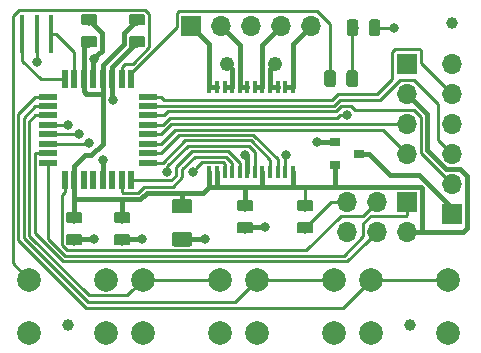
<source format=gtl>
G04 #@! TF.GenerationSoftware,KiCad,Pcbnew,5.0.2-bee76a0~70~ubuntu16.04.1*
G04 #@! TF.CreationDate,2019-07-11T08:17:53+02:00*
G04 #@! TF.ProjectId,paste_dispenser,70617374-655f-4646-9973-70656e736572,rev?*
G04 #@! TF.SameCoordinates,PX3dfd240PY3dfd240*
G04 #@! TF.FileFunction,Copper,L1,Top*
G04 #@! TF.FilePolarity,Positive*
%FSLAX46Y46*%
G04 Gerber Fmt 4.6, Leading zero omitted, Abs format (unit mm)*
G04 Created by KiCad (PCBNEW 5.0.2-bee76a0~70~ubuntu16.04.1) date Thu 11 Jul 2019 08:17:53 AM CEST*
%MOMM*%
%LPD*%
G01*
G04 APERTURE LIST*
G04 #@! TA.AperFunction,SMDPad,CuDef*
%ADD10R,0.400000X3.200000*%
G04 #@! TD*
G04 #@! TA.AperFunction,ComponentPad*
%ADD11R,1.700000X1.700000*%
G04 #@! TD*
G04 #@! TA.AperFunction,ComponentPad*
%ADD12O,1.700000X1.700000*%
G04 #@! TD*
G04 #@! TA.AperFunction,Conductor*
%ADD13C,0.100000*%
G04 #@! TD*
G04 #@! TA.AperFunction,SMDPad,CuDef*
%ADD14C,0.975000*%
G04 #@! TD*
G04 #@! TA.AperFunction,BGAPad,CuDef*
%ADD15C,1.000000*%
G04 #@! TD*
G04 #@! TA.AperFunction,SMDPad,CuDef*
%ADD16R,0.900000X0.800000*%
G04 #@! TD*
G04 #@! TA.AperFunction,SMDPad,CuDef*
%ADD17C,1.250000*%
G04 #@! TD*
G04 #@! TA.AperFunction,SMDPad,CuDef*
%ADD18R,0.400000X1.000000*%
G04 #@! TD*
G04 #@! TA.AperFunction,ComponentPad*
%ADD19C,2.000000*%
G04 #@! TD*
G04 #@! TA.AperFunction,SMDPad,CuDef*
%ADD20R,0.550000X1.600000*%
G04 #@! TD*
G04 #@! TA.AperFunction,SMDPad,CuDef*
%ADD21R,1.600000X0.550000*%
G04 #@! TD*
G04 #@! TA.AperFunction,ViaPad*
%ADD22C,0.812800*%
G04 #@! TD*
G04 #@! TA.AperFunction,ViaPad*
%ADD23C,1.219200*%
G04 #@! TD*
G04 #@! TA.AperFunction,Conductor*
%ADD24C,0.406400*%
G04 #@! TD*
G04 #@! TA.AperFunction,Conductor*
%ADD25C,0.254000*%
G04 #@! TD*
G04 APERTURE END LIST*
D10*
G04 #@! TO.P,Y1,1*
G04 #@! TO.N,/XTAL1*
X3891000Y27408000D03*
G04 #@! TO.P,Y1,2*
G04 #@! TO.N,GND*
X2691000Y27408000D03*
G04 #@! TO.P,Y1,3*
G04 #@! TO.N,/XTAL2*
X1491000Y27408000D03*
G04 #@! TD*
D11*
G04 #@! TO.P,J2,1*
G04 #@! TO.N,VDD*
X37870000Y12168000D03*
D12*
G04 #@! TO.P,J2,2*
G04 #@! TO.N,/RXD*
X37870000Y14708000D03*
G04 #@! TO.P,J2,3*
G04 #@! TO.N,/TXD*
X37870000Y17248000D03*
G04 #@! TO.P,J2,4*
G04 #@! TO.N,GND*
X37870000Y19788000D03*
G04 #@! TO.P,J2,5*
G04 #@! TO.N,/FOOTSWITCH*
X37870000Y22328000D03*
G04 #@! TO.P,J2,6*
G04 #@! TO.N,GND*
X37870000Y24868000D03*
G04 #@! TD*
D13*
G04 #@! TO.N,+5V*
G04 #@! TO.C,C4*
G36*
X7616142Y27210826D02*
X7639803Y27207316D01*
X7663007Y27201504D01*
X7685529Y27193446D01*
X7707153Y27183218D01*
X7727670Y27170921D01*
X7746883Y27156671D01*
X7764607Y27140607D01*
X7780671Y27122883D01*
X7794921Y27103670D01*
X7807218Y27083153D01*
X7817446Y27061529D01*
X7825504Y27039007D01*
X7831316Y27015803D01*
X7834826Y26992142D01*
X7836000Y26968250D01*
X7836000Y26480750D01*
X7834826Y26456858D01*
X7831316Y26433197D01*
X7825504Y26409993D01*
X7817446Y26387471D01*
X7807218Y26365847D01*
X7794921Y26345330D01*
X7780671Y26326117D01*
X7764607Y26308393D01*
X7746883Y26292329D01*
X7727670Y26278079D01*
X7707153Y26265782D01*
X7685529Y26255554D01*
X7663007Y26247496D01*
X7639803Y26241684D01*
X7616142Y26238174D01*
X7592250Y26237000D01*
X6679750Y26237000D01*
X6655858Y26238174D01*
X6632197Y26241684D01*
X6608993Y26247496D01*
X6586471Y26255554D01*
X6564847Y26265782D01*
X6544330Y26278079D01*
X6525117Y26292329D01*
X6507393Y26308393D01*
X6491329Y26326117D01*
X6477079Y26345330D01*
X6464782Y26365847D01*
X6454554Y26387471D01*
X6446496Y26409993D01*
X6440684Y26433197D01*
X6437174Y26456858D01*
X6436000Y26480750D01*
X6436000Y26968250D01*
X6437174Y26992142D01*
X6440684Y27015803D01*
X6446496Y27039007D01*
X6454554Y27061529D01*
X6464782Y27083153D01*
X6477079Y27103670D01*
X6491329Y27122883D01*
X6507393Y27140607D01*
X6525117Y27156671D01*
X6544330Y27170921D01*
X6564847Y27183218D01*
X6586471Y27193446D01*
X6608993Y27201504D01*
X6632197Y27207316D01*
X6655858Y27210826D01*
X6679750Y27212000D01*
X7592250Y27212000D01*
X7616142Y27210826D01*
X7616142Y27210826D01*
G37*
D14*
G04 #@! TD*
G04 #@! TO.P,C4,1*
G04 #@! TO.N,+5V*
X7136000Y26724500D03*
D13*
G04 #@! TO.N,GND*
G04 #@! TO.C,C4*
G36*
X7616142Y29085826D02*
X7639803Y29082316D01*
X7663007Y29076504D01*
X7685529Y29068446D01*
X7707153Y29058218D01*
X7727670Y29045921D01*
X7746883Y29031671D01*
X7764607Y29015607D01*
X7780671Y28997883D01*
X7794921Y28978670D01*
X7807218Y28958153D01*
X7817446Y28936529D01*
X7825504Y28914007D01*
X7831316Y28890803D01*
X7834826Y28867142D01*
X7836000Y28843250D01*
X7836000Y28355750D01*
X7834826Y28331858D01*
X7831316Y28308197D01*
X7825504Y28284993D01*
X7817446Y28262471D01*
X7807218Y28240847D01*
X7794921Y28220330D01*
X7780671Y28201117D01*
X7764607Y28183393D01*
X7746883Y28167329D01*
X7727670Y28153079D01*
X7707153Y28140782D01*
X7685529Y28130554D01*
X7663007Y28122496D01*
X7639803Y28116684D01*
X7616142Y28113174D01*
X7592250Y28112000D01*
X6679750Y28112000D01*
X6655858Y28113174D01*
X6632197Y28116684D01*
X6608993Y28122496D01*
X6586471Y28130554D01*
X6564847Y28140782D01*
X6544330Y28153079D01*
X6525117Y28167329D01*
X6507393Y28183393D01*
X6491329Y28201117D01*
X6477079Y28220330D01*
X6464782Y28240847D01*
X6454554Y28262471D01*
X6446496Y28284993D01*
X6440684Y28308197D01*
X6437174Y28331858D01*
X6436000Y28355750D01*
X6436000Y28843250D01*
X6437174Y28867142D01*
X6440684Y28890803D01*
X6446496Y28914007D01*
X6454554Y28936529D01*
X6464782Y28958153D01*
X6477079Y28978670D01*
X6491329Y28997883D01*
X6507393Y29015607D01*
X6525117Y29031671D01*
X6544330Y29045921D01*
X6564847Y29058218D01*
X6586471Y29068446D01*
X6608993Y29076504D01*
X6632197Y29082316D01*
X6655858Y29085826D01*
X6679750Y29087000D01*
X7592250Y29087000D01*
X7616142Y29085826D01*
X7616142Y29085826D01*
G37*
D14*
G04 #@! TD*
G04 #@! TO.P,C4,2*
G04 #@! TO.N,GND*
X7136000Y28599500D03*
D15*
G04 #@! TO.P,FID3,*
G04 #@! TO.N,*
X34314000Y2770000D03*
G04 #@! TD*
G04 #@! TO.P,FID2,*
G04 #@! TO.N,*
X5358000Y2770000D03*
G04 #@! TD*
G04 #@! TO.P,FID1,*
G04 #@! TO.N,*
X37870000Y28297000D03*
G04 #@! TD*
D16*
G04 #@! TO.P,Q1,1*
G04 #@! TO.N,GND*
X27980000Y18198000D03*
G04 #@! TO.P,Q1,2*
G04 #@! TO.N,+5V*
X27980000Y16298000D03*
G04 #@! TO.P,Q1,3*
G04 #@! TO.N,VDD*
X29980000Y17248000D03*
G04 #@! TD*
D13*
G04 #@! TO.N,+5V*
G04 #@! TO.C,C5*
G36*
X15659504Y13429796D02*
X15683773Y13426196D01*
X15707571Y13420235D01*
X15730671Y13411970D01*
X15752849Y13401480D01*
X15773893Y13388867D01*
X15793598Y13374253D01*
X15811777Y13357777D01*
X15828253Y13339598D01*
X15842867Y13319893D01*
X15855480Y13298849D01*
X15865970Y13276671D01*
X15874235Y13253571D01*
X15880196Y13229773D01*
X15883796Y13205504D01*
X15885000Y13181000D01*
X15885000Y12431000D01*
X15883796Y12406496D01*
X15880196Y12382227D01*
X15874235Y12358429D01*
X15865970Y12335329D01*
X15855480Y12313151D01*
X15842867Y12292107D01*
X15828253Y12272402D01*
X15811777Y12254223D01*
X15793598Y12237747D01*
X15773893Y12223133D01*
X15752849Y12210520D01*
X15730671Y12200030D01*
X15707571Y12191765D01*
X15683773Y12185804D01*
X15659504Y12182204D01*
X15635000Y12181000D01*
X14385000Y12181000D01*
X14360496Y12182204D01*
X14336227Y12185804D01*
X14312429Y12191765D01*
X14289329Y12200030D01*
X14267151Y12210520D01*
X14246107Y12223133D01*
X14226402Y12237747D01*
X14208223Y12254223D01*
X14191747Y12272402D01*
X14177133Y12292107D01*
X14164520Y12313151D01*
X14154030Y12335329D01*
X14145765Y12358429D01*
X14139804Y12382227D01*
X14136204Y12406496D01*
X14135000Y12431000D01*
X14135000Y13181000D01*
X14136204Y13205504D01*
X14139804Y13229773D01*
X14145765Y13253571D01*
X14154030Y13276671D01*
X14164520Y13298849D01*
X14177133Y13319893D01*
X14191747Y13339598D01*
X14208223Y13357777D01*
X14226402Y13374253D01*
X14246107Y13388867D01*
X14267151Y13401480D01*
X14289329Y13411970D01*
X14312429Y13420235D01*
X14336227Y13426196D01*
X14360496Y13429796D01*
X14385000Y13431000D01*
X15635000Y13431000D01*
X15659504Y13429796D01*
X15659504Y13429796D01*
G37*
D17*
G04 #@! TD*
G04 #@! TO.P,C5,1*
G04 #@! TO.N,+5V*
X15010000Y12806000D03*
D13*
G04 #@! TO.N,GND*
G04 #@! TO.C,C5*
G36*
X15659504Y10629796D02*
X15683773Y10626196D01*
X15707571Y10620235D01*
X15730671Y10611970D01*
X15752849Y10601480D01*
X15773893Y10588867D01*
X15793598Y10574253D01*
X15811777Y10557777D01*
X15828253Y10539598D01*
X15842867Y10519893D01*
X15855480Y10498849D01*
X15865970Y10476671D01*
X15874235Y10453571D01*
X15880196Y10429773D01*
X15883796Y10405504D01*
X15885000Y10381000D01*
X15885000Y9631000D01*
X15883796Y9606496D01*
X15880196Y9582227D01*
X15874235Y9558429D01*
X15865970Y9535329D01*
X15855480Y9513151D01*
X15842867Y9492107D01*
X15828253Y9472402D01*
X15811777Y9454223D01*
X15793598Y9437747D01*
X15773893Y9423133D01*
X15752849Y9410520D01*
X15730671Y9400030D01*
X15707571Y9391765D01*
X15683773Y9385804D01*
X15659504Y9382204D01*
X15635000Y9381000D01*
X14385000Y9381000D01*
X14360496Y9382204D01*
X14336227Y9385804D01*
X14312429Y9391765D01*
X14289329Y9400030D01*
X14267151Y9410520D01*
X14246107Y9423133D01*
X14226402Y9437747D01*
X14208223Y9454223D01*
X14191747Y9472402D01*
X14177133Y9492107D01*
X14164520Y9513151D01*
X14154030Y9535329D01*
X14145765Y9558429D01*
X14139804Y9582227D01*
X14136204Y9606496D01*
X14135000Y9631000D01*
X14135000Y10381000D01*
X14136204Y10405504D01*
X14139804Y10429773D01*
X14145765Y10453571D01*
X14154030Y10476671D01*
X14164520Y10498849D01*
X14177133Y10519893D01*
X14191747Y10539598D01*
X14208223Y10557777D01*
X14226402Y10574253D01*
X14246107Y10588867D01*
X14267151Y10601480D01*
X14289329Y10611970D01*
X14312429Y10620235D01*
X14336227Y10626196D01*
X14360496Y10629796D01*
X14385000Y10631000D01*
X15635000Y10631000D01*
X15659504Y10629796D01*
X15659504Y10629796D01*
G37*
D17*
G04 #@! TD*
G04 #@! TO.P,C5,2*
G04 #@! TO.N,GND*
X15010000Y10006000D03*
D18*
G04 #@! TO.P,U2,6*
G04 #@! TO.N,/MOT_A2*
X21177000Y22855000D03*
G04 #@! TO.P,U2,7*
G04 #@! TO.N,/MOT_B2*
X20527000Y22855000D03*
G04 #@! TO.P,U2,5*
G04 #@! TO.N,/MOT_A2*
X21817000Y22855000D03*
G04 #@! TO.P,U2,4*
G04 #@! TO.N,GND*
X22457000Y22855000D03*
G04 #@! TO.P,U2,3*
X23097000Y22855000D03*
G04 #@! TO.P,U2,2*
G04 #@! TO.N,/MOT_A1*
X23737000Y22855000D03*
G04 #@! TO.P,U2,1*
X24377000Y22855000D03*
G04 #@! TO.P,U2,8*
G04 #@! TO.N,/MOT_B2*
X19887000Y22855000D03*
G04 #@! TO.P,U2,9*
G04 #@! TO.N,GND*
X19247000Y22855000D03*
G04 #@! TO.P,U2,10*
X18607000Y22855000D03*
G04 #@! TO.P,U2,11*
G04 #@! TO.N,/MOT_B1*
X17967000Y22855000D03*
G04 #@! TO.P,U2,12*
X17327000Y22855000D03*
G04 #@! TO.P,U2,19*
G04 #@! TO.N,/STEP_STBY*
X21177000Y15705000D03*
G04 #@! TO.P,U2,20*
G04 #@! TO.N,+5V*
X21817000Y15705000D03*
G04 #@! TO.P,U2,21*
G04 #@! TO.N,/STEP_A1*
X22457000Y15705000D03*
G04 #@! TO.P,U2,22*
G04 #@! TO.N,/STEP_A2*
X23097000Y15705000D03*
G04 #@! TO.P,U2,23*
G04 #@! TO.N,/STEP_PWMA*
X23737000Y15705000D03*
G04 #@! TO.P,U2,24*
G04 #@! TO.N,+5V*
X24377000Y15705000D03*
G04 #@! TO.P,U2,18*
G04 #@! TO.N,GND*
X20527000Y15705000D03*
G04 #@! TO.P,U2,17*
G04 #@! TO.N,/STEP_B1*
X19887000Y15705000D03*
G04 #@! TO.P,U2,16*
G04 #@! TO.N,/STEP_B2*
X19247000Y15705000D03*
G04 #@! TO.P,U2,15*
G04 #@! TO.N,/STEP_PWMB*
X18607000Y15705000D03*
G04 #@! TO.P,U2,14*
G04 #@! TO.N,+5V*
X17967000Y15705000D03*
G04 #@! TO.P,U2,13*
X17327000Y15705000D03*
G04 #@! TD*
D13*
G04 #@! TO.N,+5V*
G04 #@! TO.C,C6*
G36*
X20824142Y13337826D02*
X20847803Y13334316D01*
X20871007Y13328504D01*
X20893529Y13320446D01*
X20915153Y13310218D01*
X20935670Y13297921D01*
X20954883Y13283671D01*
X20972607Y13267607D01*
X20988671Y13249883D01*
X21002921Y13230670D01*
X21015218Y13210153D01*
X21025446Y13188529D01*
X21033504Y13166007D01*
X21039316Y13142803D01*
X21042826Y13119142D01*
X21044000Y13095250D01*
X21044000Y12607750D01*
X21042826Y12583858D01*
X21039316Y12560197D01*
X21033504Y12536993D01*
X21025446Y12514471D01*
X21015218Y12492847D01*
X21002921Y12472330D01*
X20988671Y12453117D01*
X20972607Y12435393D01*
X20954883Y12419329D01*
X20935670Y12405079D01*
X20915153Y12392782D01*
X20893529Y12382554D01*
X20871007Y12374496D01*
X20847803Y12368684D01*
X20824142Y12365174D01*
X20800250Y12364000D01*
X19887750Y12364000D01*
X19863858Y12365174D01*
X19840197Y12368684D01*
X19816993Y12374496D01*
X19794471Y12382554D01*
X19772847Y12392782D01*
X19752330Y12405079D01*
X19733117Y12419329D01*
X19715393Y12435393D01*
X19699329Y12453117D01*
X19685079Y12472330D01*
X19672782Y12492847D01*
X19662554Y12514471D01*
X19654496Y12536993D01*
X19648684Y12560197D01*
X19645174Y12583858D01*
X19644000Y12607750D01*
X19644000Y13095250D01*
X19645174Y13119142D01*
X19648684Y13142803D01*
X19654496Y13166007D01*
X19662554Y13188529D01*
X19672782Y13210153D01*
X19685079Y13230670D01*
X19699329Y13249883D01*
X19715393Y13267607D01*
X19733117Y13283671D01*
X19752330Y13297921D01*
X19772847Y13310218D01*
X19794471Y13320446D01*
X19816993Y13328504D01*
X19840197Y13334316D01*
X19863858Y13337826D01*
X19887750Y13339000D01*
X20800250Y13339000D01*
X20824142Y13337826D01*
X20824142Y13337826D01*
G37*
D14*
G04 #@! TD*
G04 #@! TO.P,C6,1*
G04 #@! TO.N,+5V*
X20344000Y12851500D03*
D13*
G04 #@! TO.N,GND*
G04 #@! TO.C,C6*
G36*
X20824142Y11462826D02*
X20847803Y11459316D01*
X20871007Y11453504D01*
X20893529Y11445446D01*
X20915153Y11435218D01*
X20935670Y11422921D01*
X20954883Y11408671D01*
X20972607Y11392607D01*
X20988671Y11374883D01*
X21002921Y11355670D01*
X21015218Y11335153D01*
X21025446Y11313529D01*
X21033504Y11291007D01*
X21039316Y11267803D01*
X21042826Y11244142D01*
X21044000Y11220250D01*
X21044000Y10732750D01*
X21042826Y10708858D01*
X21039316Y10685197D01*
X21033504Y10661993D01*
X21025446Y10639471D01*
X21015218Y10617847D01*
X21002921Y10597330D01*
X20988671Y10578117D01*
X20972607Y10560393D01*
X20954883Y10544329D01*
X20935670Y10530079D01*
X20915153Y10517782D01*
X20893529Y10507554D01*
X20871007Y10499496D01*
X20847803Y10493684D01*
X20824142Y10490174D01*
X20800250Y10489000D01*
X19887750Y10489000D01*
X19863858Y10490174D01*
X19840197Y10493684D01*
X19816993Y10499496D01*
X19794471Y10507554D01*
X19772847Y10517782D01*
X19752330Y10530079D01*
X19733117Y10544329D01*
X19715393Y10560393D01*
X19699329Y10578117D01*
X19685079Y10597330D01*
X19672782Y10617847D01*
X19662554Y10639471D01*
X19654496Y10661993D01*
X19648684Y10685197D01*
X19645174Y10708858D01*
X19644000Y10732750D01*
X19644000Y11220250D01*
X19645174Y11244142D01*
X19648684Y11267803D01*
X19654496Y11291007D01*
X19662554Y11313529D01*
X19672782Y11335153D01*
X19685079Y11355670D01*
X19699329Y11374883D01*
X19715393Y11392607D01*
X19733117Y11408671D01*
X19752330Y11422921D01*
X19772847Y11435218D01*
X19794471Y11445446D01*
X19816993Y11453504D01*
X19840197Y11459316D01*
X19863858Y11462826D01*
X19887750Y11464000D01*
X20800250Y11464000D01*
X20824142Y11462826D01*
X20824142Y11462826D01*
G37*
D14*
G04 #@! TD*
G04 #@! TO.P,C6,2*
G04 #@! TO.N,GND*
X20344000Y10976500D03*
D11*
G04 #@! TO.P,J3,1*
G04 #@! TO.N,/MOT_B1*
X15772000Y28043000D03*
D12*
G04 #@! TO.P,J3,2*
G04 #@! TO.N,/MOT_B2*
X18312000Y28043000D03*
G04 #@! TO.P,J3,3*
G04 #@! TO.N,GND*
X20852000Y28043000D03*
G04 #@! TO.P,J3,4*
G04 #@! TO.N,/MOT_A2*
X23392000Y28043000D03*
G04 #@! TO.P,J3,5*
G04 #@! TO.N,/MOT_A1*
X25932000Y28043000D03*
G04 #@! TD*
D11*
G04 #@! TO.P,J1,1*
G04 #@! TO.N,/MISO*
X34060000Y13184000D03*
D12*
G04 #@! TO.P,J1,2*
G04 #@! TO.N,+5V*
X34060000Y10644000D03*
G04 #@! TO.P,J1,3*
G04 #@! TO.N,/SCK*
X31520000Y13184000D03*
G04 #@! TO.P,J1,4*
G04 #@! TO.N,/MOSI*
X31520000Y10644000D03*
G04 #@! TO.P,J1,5*
G04 #@! TO.N,/RESET*
X28980000Y13184000D03*
G04 #@! TO.P,J1,6*
G04 #@! TO.N,GND*
X28980000Y10644000D03*
G04 #@! TD*
D11*
G04 #@! TO.P,J4,1*
G04 #@! TO.N,GND*
X34060000Y24868000D03*
D12*
G04 #@! TO.P,J4,2*
G04 #@! TO.N,+5V*
X34060000Y22328000D03*
G04 #@! TO.P,J4,3*
G04 #@! TO.N,/SCL*
X34060000Y19788000D03*
G04 #@! TO.P,J4,4*
G04 #@! TO.N,/SDA*
X34060000Y17248000D03*
G04 #@! TD*
D19*
G04 #@! TO.P,SW4,1*
G04 #@! TO.N,/BUTTON_SLOW*
X37512000Y6580000D03*
G04 #@! TO.P,SW4,2*
G04 #@! TO.N,GND*
X37512000Y2080000D03*
G04 #@! TO.P,SW4,1*
G04 #@! TO.N,/BUTTON_SLOW*
X31012000Y6580000D03*
G04 #@! TO.P,SW4,2*
G04 #@! TO.N,GND*
X31012000Y2080000D03*
G04 #@! TD*
G04 #@! TO.P,SW3,2*
G04 #@! TO.N,GND*
X21360000Y2080000D03*
G04 #@! TO.P,SW3,1*
G04 #@! TO.N,/BUTTON_FAST*
X21360000Y6580000D03*
G04 #@! TO.P,SW3,2*
G04 #@! TO.N,GND*
X27860000Y2080000D03*
G04 #@! TO.P,SW3,1*
G04 #@! TO.N,/BUTTON_FAST*
X27860000Y6580000D03*
G04 #@! TD*
D13*
G04 #@! TO.N,+5V*
G04 #@! TO.C,C3*
G36*
X6346142Y12321826D02*
X6369803Y12318316D01*
X6393007Y12312504D01*
X6415529Y12304446D01*
X6437153Y12294218D01*
X6457670Y12281921D01*
X6476883Y12267671D01*
X6494607Y12251607D01*
X6510671Y12233883D01*
X6524921Y12214670D01*
X6537218Y12194153D01*
X6547446Y12172529D01*
X6555504Y12150007D01*
X6561316Y12126803D01*
X6564826Y12103142D01*
X6566000Y12079250D01*
X6566000Y11591750D01*
X6564826Y11567858D01*
X6561316Y11544197D01*
X6555504Y11520993D01*
X6547446Y11498471D01*
X6537218Y11476847D01*
X6524921Y11456330D01*
X6510671Y11437117D01*
X6494607Y11419393D01*
X6476883Y11403329D01*
X6457670Y11389079D01*
X6437153Y11376782D01*
X6415529Y11366554D01*
X6393007Y11358496D01*
X6369803Y11352684D01*
X6346142Y11349174D01*
X6322250Y11348000D01*
X5409750Y11348000D01*
X5385858Y11349174D01*
X5362197Y11352684D01*
X5338993Y11358496D01*
X5316471Y11366554D01*
X5294847Y11376782D01*
X5274330Y11389079D01*
X5255117Y11403329D01*
X5237393Y11419393D01*
X5221329Y11437117D01*
X5207079Y11456330D01*
X5194782Y11476847D01*
X5184554Y11498471D01*
X5176496Y11520993D01*
X5170684Y11544197D01*
X5167174Y11567858D01*
X5166000Y11591750D01*
X5166000Y12079250D01*
X5167174Y12103142D01*
X5170684Y12126803D01*
X5176496Y12150007D01*
X5184554Y12172529D01*
X5194782Y12194153D01*
X5207079Y12214670D01*
X5221329Y12233883D01*
X5237393Y12251607D01*
X5255117Y12267671D01*
X5274330Y12281921D01*
X5294847Y12294218D01*
X5316471Y12304446D01*
X5338993Y12312504D01*
X5362197Y12318316D01*
X5385858Y12321826D01*
X5409750Y12323000D01*
X6322250Y12323000D01*
X6346142Y12321826D01*
X6346142Y12321826D01*
G37*
D14*
G04 #@! TD*
G04 #@! TO.P,C3,1*
G04 #@! TO.N,+5V*
X5866000Y11835500D03*
D13*
G04 #@! TO.N,GND*
G04 #@! TO.C,C3*
G36*
X6346142Y10446826D02*
X6369803Y10443316D01*
X6393007Y10437504D01*
X6415529Y10429446D01*
X6437153Y10419218D01*
X6457670Y10406921D01*
X6476883Y10392671D01*
X6494607Y10376607D01*
X6510671Y10358883D01*
X6524921Y10339670D01*
X6537218Y10319153D01*
X6547446Y10297529D01*
X6555504Y10275007D01*
X6561316Y10251803D01*
X6564826Y10228142D01*
X6566000Y10204250D01*
X6566000Y9716750D01*
X6564826Y9692858D01*
X6561316Y9669197D01*
X6555504Y9645993D01*
X6547446Y9623471D01*
X6537218Y9601847D01*
X6524921Y9581330D01*
X6510671Y9562117D01*
X6494607Y9544393D01*
X6476883Y9528329D01*
X6457670Y9514079D01*
X6437153Y9501782D01*
X6415529Y9491554D01*
X6393007Y9483496D01*
X6369803Y9477684D01*
X6346142Y9474174D01*
X6322250Y9473000D01*
X5409750Y9473000D01*
X5385858Y9474174D01*
X5362197Y9477684D01*
X5338993Y9483496D01*
X5316471Y9491554D01*
X5294847Y9501782D01*
X5274330Y9514079D01*
X5255117Y9528329D01*
X5237393Y9544393D01*
X5221329Y9562117D01*
X5207079Y9581330D01*
X5194782Y9601847D01*
X5184554Y9623471D01*
X5176496Y9645993D01*
X5170684Y9669197D01*
X5167174Y9692858D01*
X5166000Y9716750D01*
X5166000Y10204250D01*
X5167174Y10228142D01*
X5170684Y10251803D01*
X5176496Y10275007D01*
X5184554Y10297529D01*
X5194782Y10319153D01*
X5207079Y10339670D01*
X5221329Y10358883D01*
X5237393Y10376607D01*
X5255117Y10392671D01*
X5274330Y10406921D01*
X5294847Y10419218D01*
X5316471Y10429446D01*
X5338993Y10437504D01*
X5362197Y10443316D01*
X5385858Y10446826D01*
X5409750Y10448000D01*
X6322250Y10448000D01*
X6346142Y10446826D01*
X6346142Y10446826D01*
G37*
D14*
G04 #@! TD*
G04 #@! TO.P,C3,2*
G04 #@! TO.N,GND*
X5866000Y9960500D03*
D20*
G04 #@! TO.P,U1,1*
G04 #@! TO.N,/LED*
X10698000Y23530000D03*
G04 #@! TO.P,U1,2*
G04 #@! TO.N,/BUTTON_PULL*
X9898000Y23530000D03*
G04 #@! TO.P,U1,3*
G04 #@! TO.N,GND*
X9098000Y23530000D03*
G04 #@! TO.P,U1,4*
G04 #@! TO.N,+5V*
X8298000Y23530000D03*
G04 #@! TO.P,U1,5*
G04 #@! TO.N,GND*
X7498000Y23530000D03*
G04 #@! TO.P,U1,6*
G04 #@! TO.N,+5V*
X6698000Y23530000D03*
G04 #@! TO.P,U1,7*
G04 #@! TO.N,/XTAL1*
X5898000Y23530000D03*
G04 #@! TO.P,U1,8*
G04 #@! TO.N,/XTAL2*
X5098000Y23530000D03*
D21*
G04 #@! TO.P,U1,9*
G04 #@! TO.N,/BUTTON_SLOW*
X3648000Y22080000D03*
G04 #@! TO.P,U1,10*
G04 #@! TO.N,/BUTTON_FAST*
X3648000Y21280000D03*
G04 #@! TO.P,U1,11*
G04 #@! TO.N,/BUTTON_PUSH*
X3648000Y20480000D03*
G04 #@! TO.P,U1,12*
G04 #@! TO.N,/STEP_STBY*
X3648000Y19680000D03*
G04 #@! TO.P,U1,13*
G04 #@! TO.N,/STEP_PWMA*
X3648000Y18880000D03*
G04 #@! TO.P,U1,14*
G04 #@! TO.N,/STEP_PWMB*
X3648000Y18080000D03*
G04 #@! TO.P,U1,15*
G04 #@! TO.N,/MOSI*
X3648000Y17280000D03*
G04 #@! TO.P,U1,16*
G04 #@! TO.N,/MISO*
X3648000Y16480000D03*
D20*
G04 #@! TO.P,U1,17*
G04 #@! TO.N,/SCK*
X5098000Y15030000D03*
G04 #@! TO.P,U1,18*
G04 #@! TO.N,+5V*
X5898000Y15030000D03*
G04 #@! TO.P,U1,19*
G04 #@! TO.N,Net-(U1-Pad19)*
X6698000Y15030000D03*
G04 #@! TO.P,U1,20*
G04 #@! TO.N,Net-(U1-Pad20)*
X7498000Y15030000D03*
G04 #@! TO.P,U1,21*
G04 #@! TO.N,GND*
X8298000Y15030000D03*
G04 #@! TO.P,U1,22*
G04 #@! TO.N,Net-(U1-Pad22)*
X9098000Y15030000D03*
G04 #@! TO.P,U1,23*
G04 #@! TO.N,/STEP_B2*
X9898000Y15030000D03*
G04 #@! TO.P,U1,24*
G04 #@! TO.N,/STEP_B1*
X10698000Y15030000D03*
D21*
G04 #@! TO.P,U1,25*
G04 #@! TO.N,/STEP_A1*
X12148000Y16480000D03*
G04 #@! TO.P,U1,26*
G04 #@! TO.N,/STEP_A2*
X12148000Y17280000D03*
G04 #@! TO.P,U1,27*
G04 #@! TO.N,/SDA*
X12148000Y18080000D03*
G04 #@! TO.P,U1,28*
G04 #@! TO.N,/SCL*
X12148000Y18880000D03*
G04 #@! TO.P,U1,29*
G04 #@! TO.N,/RESET*
X12148000Y19680000D03*
G04 #@! TO.P,U1,30*
G04 #@! TO.N,/RXD*
X12148000Y20480000D03*
G04 #@! TO.P,U1,31*
G04 #@! TO.N,/TXD*
X12148000Y21280000D03*
G04 #@! TO.P,U1,32*
G04 #@! TO.N,/FOOTSWITCH*
X12148000Y22080000D03*
G04 #@! TD*
D13*
G04 #@! TO.N,GND*
G04 #@! TO.C,D1*
G36*
X31582142Y28614826D02*
X31605803Y28611316D01*
X31629007Y28605504D01*
X31651529Y28597446D01*
X31673153Y28587218D01*
X31693670Y28574921D01*
X31712883Y28560671D01*
X31730607Y28544607D01*
X31746671Y28526883D01*
X31760921Y28507670D01*
X31773218Y28487153D01*
X31783446Y28465529D01*
X31791504Y28443007D01*
X31797316Y28419803D01*
X31800826Y28396142D01*
X31802000Y28372250D01*
X31802000Y27459750D01*
X31800826Y27435858D01*
X31797316Y27412197D01*
X31791504Y27388993D01*
X31783446Y27366471D01*
X31773218Y27344847D01*
X31760921Y27324330D01*
X31746671Y27305117D01*
X31730607Y27287393D01*
X31712883Y27271329D01*
X31693670Y27257079D01*
X31673153Y27244782D01*
X31651529Y27234554D01*
X31629007Y27226496D01*
X31605803Y27220684D01*
X31582142Y27217174D01*
X31558250Y27216000D01*
X31070750Y27216000D01*
X31046858Y27217174D01*
X31023197Y27220684D01*
X30999993Y27226496D01*
X30977471Y27234554D01*
X30955847Y27244782D01*
X30935330Y27257079D01*
X30916117Y27271329D01*
X30898393Y27287393D01*
X30882329Y27305117D01*
X30868079Y27324330D01*
X30855782Y27344847D01*
X30845554Y27366471D01*
X30837496Y27388993D01*
X30831684Y27412197D01*
X30828174Y27435858D01*
X30827000Y27459750D01*
X30827000Y28372250D01*
X30828174Y28396142D01*
X30831684Y28419803D01*
X30837496Y28443007D01*
X30845554Y28465529D01*
X30855782Y28487153D01*
X30868079Y28507670D01*
X30882329Y28526883D01*
X30898393Y28544607D01*
X30916117Y28560671D01*
X30935330Y28574921D01*
X30955847Y28587218D01*
X30977471Y28597446D01*
X30999993Y28605504D01*
X31023197Y28611316D01*
X31046858Y28614826D01*
X31070750Y28616000D01*
X31558250Y28616000D01*
X31582142Y28614826D01*
X31582142Y28614826D01*
G37*
D14*
G04 #@! TD*
G04 #@! TO.P,D1,1*
G04 #@! TO.N,GND*
X31314500Y27916000D03*
D13*
G04 #@! TO.N,Net-(D1-Pad2)*
G04 #@! TO.C,D1*
G36*
X29707142Y28614826D02*
X29730803Y28611316D01*
X29754007Y28605504D01*
X29776529Y28597446D01*
X29798153Y28587218D01*
X29818670Y28574921D01*
X29837883Y28560671D01*
X29855607Y28544607D01*
X29871671Y28526883D01*
X29885921Y28507670D01*
X29898218Y28487153D01*
X29908446Y28465529D01*
X29916504Y28443007D01*
X29922316Y28419803D01*
X29925826Y28396142D01*
X29927000Y28372250D01*
X29927000Y27459750D01*
X29925826Y27435858D01*
X29922316Y27412197D01*
X29916504Y27388993D01*
X29908446Y27366471D01*
X29898218Y27344847D01*
X29885921Y27324330D01*
X29871671Y27305117D01*
X29855607Y27287393D01*
X29837883Y27271329D01*
X29818670Y27257079D01*
X29798153Y27244782D01*
X29776529Y27234554D01*
X29754007Y27226496D01*
X29730803Y27220684D01*
X29707142Y27217174D01*
X29683250Y27216000D01*
X29195750Y27216000D01*
X29171858Y27217174D01*
X29148197Y27220684D01*
X29124993Y27226496D01*
X29102471Y27234554D01*
X29080847Y27244782D01*
X29060330Y27257079D01*
X29041117Y27271329D01*
X29023393Y27287393D01*
X29007329Y27305117D01*
X28993079Y27324330D01*
X28980782Y27344847D01*
X28970554Y27366471D01*
X28962496Y27388993D01*
X28956684Y27412197D01*
X28953174Y27435858D01*
X28952000Y27459750D01*
X28952000Y28372250D01*
X28953174Y28396142D01*
X28956684Y28419803D01*
X28962496Y28443007D01*
X28970554Y28465529D01*
X28980782Y28487153D01*
X28993079Y28507670D01*
X29007329Y28526883D01*
X29023393Y28544607D01*
X29041117Y28560671D01*
X29060330Y28574921D01*
X29080847Y28587218D01*
X29102471Y28597446D01*
X29124993Y28605504D01*
X29148197Y28611316D01*
X29171858Y28614826D01*
X29195750Y28616000D01*
X29683250Y28616000D01*
X29707142Y28614826D01*
X29707142Y28614826D01*
G37*
D14*
G04 #@! TD*
G04 #@! TO.P,D1,2*
G04 #@! TO.N,Net-(D1-Pad2)*
X29439500Y27916000D03*
D13*
G04 #@! TO.N,+5V*
G04 #@! TO.C,C1*
G36*
X10410142Y12321826D02*
X10433803Y12318316D01*
X10457007Y12312504D01*
X10479529Y12304446D01*
X10501153Y12294218D01*
X10521670Y12281921D01*
X10540883Y12267671D01*
X10558607Y12251607D01*
X10574671Y12233883D01*
X10588921Y12214670D01*
X10601218Y12194153D01*
X10611446Y12172529D01*
X10619504Y12150007D01*
X10625316Y12126803D01*
X10628826Y12103142D01*
X10630000Y12079250D01*
X10630000Y11591750D01*
X10628826Y11567858D01*
X10625316Y11544197D01*
X10619504Y11520993D01*
X10611446Y11498471D01*
X10601218Y11476847D01*
X10588921Y11456330D01*
X10574671Y11437117D01*
X10558607Y11419393D01*
X10540883Y11403329D01*
X10521670Y11389079D01*
X10501153Y11376782D01*
X10479529Y11366554D01*
X10457007Y11358496D01*
X10433803Y11352684D01*
X10410142Y11349174D01*
X10386250Y11348000D01*
X9473750Y11348000D01*
X9449858Y11349174D01*
X9426197Y11352684D01*
X9402993Y11358496D01*
X9380471Y11366554D01*
X9358847Y11376782D01*
X9338330Y11389079D01*
X9319117Y11403329D01*
X9301393Y11419393D01*
X9285329Y11437117D01*
X9271079Y11456330D01*
X9258782Y11476847D01*
X9248554Y11498471D01*
X9240496Y11520993D01*
X9234684Y11544197D01*
X9231174Y11567858D01*
X9230000Y11591750D01*
X9230000Y12079250D01*
X9231174Y12103142D01*
X9234684Y12126803D01*
X9240496Y12150007D01*
X9248554Y12172529D01*
X9258782Y12194153D01*
X9271079Y12214670D01*
X9285329Y12233883D01*
X9301393Y12251607D01*
X9319117Y12267671D01*
X9338330Y12281921D01*
X9358847Y12294218D01*
X9380471Y12304446D01*
X9402993Y12312504D01*
X9426197Y12318316D01*
X9449858Y12321826D01*
X9473750Y12323000D01*
X10386250Y12323000D01*
X10410142Y12321826D01*
X10410142Y12321826D01*
G37*
D14*
G04 #@! TD*
G04 #@! TO.P,C1,1*
G04 #@! TO.N,+5V*
X9930000Y11835500D03*
D13*
G04 #@! TO.N,GND*
G04 #@! TO.C,C1*
G36*
X10410142Y10446826D02*
X10433803Y10443316D01*
X10457007Y10437504D01*
X10479529Y10429446D01*
X10501153Y10419218D01*
X10521670Y10406921D01*
X10540883Y10392671D01*
X10558607Y10376607D01*
X10574671Y10358883D01*
X10588921Y10339670D01*
X10601218Y10319153D01*
X10611446Y10297529D01*
X10619504Y10275007D01*
X10625316Y10251803D01*
X10628826Y10228142D01*
X10630000Y10204250D01*
X10630000Y9716750D01*
X10628826Y9692858D01*
X10625316Y9669197D01*
X10619504Y9645993D01*
X10611446Y9623471D01*
X10601218Y9601847D01*
X10588921Y9581330D01*
X10574671Y9562117D01*
X10558607Y9544393D01*
X10540883Y9528329D01*
X10521670Y9514079D01*
X10501153Y9501782D01*
X10479529Y9491554D01*
X10457007Y9483496D01*
X10433803Y9477684D01*
X10410142Y9474174D01*
X10386250Y9473000D01*
X9473750Y9473000D01*
X9449858Y9474174D01*
X9426197Y9477684D01*
X9402993Y9483496D01*
X9380471Y9491554D01*
X9358847Y9501782D01*
X9338330Y9514079D01*
X9319117Y9528329D01*
X9301393Y9544393D01*
X9285329Y9562117D01*
X9271079Y9581330D01*
X9258782Y9601847D01*
X9248554Y9623471D01*
X9240496Y9645993D01*
X9234684Y9669197D01*
X9231174Y9692858D01*
X9230000Y9716750D01*
X9230000Y10204250D01*
X9231174Y10228142D01*
X9234684Y10251803D01*
X9240496Y10275007D01*
X9248554Y10297529D01*
X9258782Y10319153D01*
X9271079Y10339670D01*
X9285329Y10358883D01*
X9301393Y10376607D01*
X9319117Y10392671D01*
X9338330Y10406921D01*
X9358847Y10419218D01*
X9380471Y10429446D01*
X9402993Y10437504D01*
X9426197Y10443316D01*
X9449858Y10446826D01*
X9473750Y10448000D01*
X10386250Y10448000D01*
X10410142Y10446826D01*
X10410142Y10446826D01*
G37*
D14*
G04 #@! TD*
G04 #@! TO.P,C1,2*
G04 #@! TO.N,GND*
X9930000Y9960500D03*
D13*
G04 #@! TO.N,GND*
G04 #@! TO.C,C2*
G36*
X11680142Y27210826D02*
X11703803Y27207316D01*
X11727007Y27201504D01*
X11749529Y27193446D01*
X11771153Y27183218D01*
X11791670Y27170921D01*
X11810883Y27156671D01*
X11828607Y27140607D01*
X11844671Y27122883D01*
X11858921Y27103670D01*
X11871218Y27083153D01*
X11881446Y27061529D01*
X11889504Y27039007D01*
X11895316Y27015803D01*
X11898826Y26992142D01*
X11900000Y26968250D01*
X11900000Y26480750D01*
X11898826Y26456858D01*
X11895316Y26433197D01*
X11889504Y26409993D01*
X11881446Y26387471D01*
X11871218Y26365847D01*
X11858921Y26345330D01*
X11844671Y26326117D01*
X11828607Y26308393D01*
X11810883Y26292329D01*
X11791670Y26278079D01*
X11771153Y26265782D01*
X11749529Y26255554D01*
X11727007Y26247496D01*
X11703803Y26241684D01*
X11680142Y26238174D01*
X11656250Y26237000D01*
X10743750Y26237000D01*
X10719858Y26238174D01*
X10696197Y26241684D01*
X10672993Y26247496D01*
X10650471Y26255554D01*
X10628847Y26265782D01*
X10608330Y26278079D01*
X10589117Y26292329D01*
X10571393Y26308393D01*
X10555329Y26326117D01*
X10541079Y26345330D01*
X10528782Y26365847D01*
X10518554Y26387471D01*
X10510496Y26409993D01*
X10504684Y26433197D01*
X10501174Y26456858D01*
X10500000Y26480750D01*
X10500000Y26968250D01*
X10501174Y26992142D01*
X10504684Y27015803D01*
X10510496Y27039007D01*
X10518554Y27061529D01*
X10528782Y27083153D01*
X10541079Y27103670D01*
X10555329Y27122883D01*
X10571393Y27140607D01*
X10589117Y27156671D01*
X10608330Y27170921D01*
X10628847Y27183218D01*
X10650471Y27193446D01*
X10672993Y27201504D01*
X10696197Y27207316D01*
X10719858Y27210826D01*
X10743750Y27212000D01*
X11656250Y27212000D01*
X11680142Y27210826D01*
X11680142Y27210826D01*
G37*
D14*
G04 #@! TD*
G04 #@! TO.P,C2,2*
G04 #@! TO.N,GND*
X11200000Y26724500D03*
D13*
G04 #@! TO.N,+5V*
G04 #@! TO.C,C2*
G36*
X11680142Y29085826D02*
X11703803Y29082316D01*
X11727007Y29076504D01*
X11749529Y29068446D01*
X11771153Y29058218D01*
X11791670Y29045921D01*
X11810883Y29031671D01*
X11828607Y29015607D01*
X11844671Y28997883D01*
X11858921Y28978670D01*
X11871218Y28958153D01*
X11881446Y28936529D01*
X11889504Y28914007D01*
X11895316Y28890803D01*
X11898826Y28867142D01*
X11900000Y28843250D01*
X11900000Y28355750D01*
X11898826Y28331858D01*
X11895316Y28308197D01*
X11889504Y28284993D01*
X11881446Y28262471D01*
X11871218Y28240847D01*
X11858921Y28220330D01*
X11844671Y28201117D01*
X11828607Y28183393D01*
X11810883Y28167329D01*
X11791670Y28153079D01*
X11771153Y28140782D01*
X11749529Y28130554D01*
X11727007Y28122496D01*
X11703803Y28116684D01*
X11680142Y28113174D01*
X11656250Y28112000D01*
X10743750Y28112000D01*
X10719858Y28113174D01*
X10696197Y28116684D01*
X10672993Y28122496D01*
X10650471Y28130554D01*
X10628847Y28140782D01*
X10608330Y28153079D01*
X10589117Y28167329D01*
X10571393Y28183393D01*
X10555329Y28201117D01*
X10541079Y28220330D01*
X10528782Y28240847D01*
X10518554Y28262471D01*
X10510496Y28284993D01*
X10504684Y28308197D01*
X10501174Y28331858D01*
X10500000Y28355750D01*
X10500000Y28843250D01*
X10501174Y28867142D01*
X10504684Y28890803D01*
X10510496Y28914007D01*
X10518554Y28936529D01*
X10528782Y28958153D01*
X10541079Y28978670D01*
X10555329Y28997883D01*
X10571393Y29015607D01*
X10589117Y29031671D01*
X10608330Y29045921D01*
X10628847Y29058218D01*
X10650471Y29068446D01*
X10672993Y29076504D01*
X10696197Y29082316D01*
X10719858Y29085826D01*
X10743750Y29087000D01*
X11656250Y29087000D01*
X11680142Y29085826D01*
X11680142Y29085826D01*
G37*
D14*
G04 #@! TD*
G04 #@! TO.P,C2,1*
G04 #@! TO.N,+5V*
X11200000Y28599500D03*
D13*
G04 #@! TO.N,/RESET*
G04 #@! TO.C,R1*
G36*
X25904142Y11462826D02*
X25927803Y11459316D01*
X25951007Y11453504D01*
X25973529Y11445446D01*
X25995153Y11435218D01*
X26015670Y11422921D01*
X26034883Y11408671D01*
X26052607Y11392607D01*
X26068671Y11374883D01*
X26082921Y11355670D01*
X26095218Y11335153D01*
X26105446Y11313529D01*
X26113504Y11291007D01*
X26119316Y11267803D01*
X26122826Y11244142D01*
X26124000Y11220250D01*
X26124000Y10732750D01*
X26122826Y10708858D01*
X26119316Y10685197D01*
X26113504Y10661993D01*
X26105446Y10639471D01*
X26095218Y10617847D01*
X26082921Y10597330D01*
X26068671Y10578117D01*
X26052607Y10560393D01*
X26034883Y10544329D01*
X26015670Y10530079D01*
X25995153Y10517782D01*
X25973529Y10507554D01*
X25951007Y10499496D01*
X25927803Y10493684D01*
X25904142Y10490174D01*
X25880250Y10489000D01*
X24967750Y10489000D01*
X24943858Y10490174D01*
X24920197Y10493684D01*
X24896993Y10499496D01*
X24874471Y10507554D01*
X24852847Y10517782D01*
X24832330Y10530079D01*
X24813117Y10544329D01*
X24795393Y10560393D01*
X24779329Y10578117D01*
X24765079Y10597330D01*
X24752782Y10617847D01*
X24742554Y10639471D01*
X24734496Y10661993D01*
X24728684Y10685197D01*
X24725174Y10708858D01*
X24724000Y10732750D01*
X24724000Y11220250D01*
X24725174Y11244142D01*
X24728684Y11267803D01*
X24734496Y11291007D01*
X24742554Y11313529D01*
X24752782Y11335153D01*
X24765079Y11355670D01*
X24779329Y11374883D01*
X24795393Y11392607D01*
X24813117Y11408671D01*
X24832330Y11422921D01*
X24852847Y11435218D01*
X24874471Y11445446D01*
X24896993Y11453504D01*
X24920197Y11459316D01*
X24943858Y11462826D01*
X24967750Y11464000D01*
X25880250Y11464000D01*
X25904142Y11462826D01*
X25904142Y11462826D01*
G37*
D14*
G04 #@! TD*
G04 #@! TO.P,R1,2*
G04 #@! TO.N,/RESET*
X25424000Y10976500D03*
D13*
G04 #@! TO.N,+5V*
G04 #@! TO.C,R1*
G36*
X25904142Y13337826D02*
X25927803Y13334316D01*
X25951007Y13328504D01*
X25973529Y13320446D01*
X25995153Y13310218D01*
X26015670Y13297921D01*
X26034883Y13283671D01*
X26052607Y13267607D01*
X26068671Y13249883D01*
X26082921Y13230670D01*
X26095218Y13210153D01*
X26105446Y13188529D01*
X26113504Y13166007D01*
X26119316Y13142803D01*
X26122826Y13119142D01*
X26124000Y13095250D01*
X26124000Y12607750D01*
X26122826Y12583858D01*
X26119316Y12560197D01*
X26113504Y12536993D01*
X26105446Y12514471D01*
X26095218Y12492847D01*
X26082921Y12472330D01*
X26068671Y12453117D01*
X26052607Y12435393D01*
X26034883Y12419329D01*
X26015670Y12405079D01*
X25995153Y12392782D01*
X25973529Y12382554D01*
X25951007Y12374496D01*
X25927803Y12368684D01*
X25904142Y12365174D01*
X25880250Y12364000D01*
X24967750Y12364000D01*
X24943858Y12365174D01*
X24920197Y12368684D01*
X24896993Y12374496D01*
X24874471Y12382554D01*
X24852847Y12392782D01*
X24832330Y12405079D01*
X24813117Y12419329D01*
X24795393Y12435393D01*
X24779329Y12453117D01*
X24765079Y12472330D01*
X24752782Y12492847D01*
X24742554Y12514471D01*
X24734496Y12536993D01*
X24728684Y12560197D01*
X24725174Y12583858D01*
X24724000Y12607750D01*
X24724000Y13095250D01*
X24725174Y13119142D01*
X24728684Y13142803D01*
X24734496Y13166007D01*
X24742554Y13188529D01*
X24752782Y13210153D01*
X24765079Y13230670D01*
X24779329Y13249883D01*
X24795393Y13267607D01*
X24813117Y13283671D01*
X24832330Y13297921D01*
X24852847Y13310218D01*
X24874471Y13320446D01*
X24896993Y13328504D01*
X24920197Y13334316D01*
X24943858Y13337826D01*
X24967750Y13339000D01*
X25880250Y13339000D01*
X25904142Y13337826D01*
X25904142Y13337826D01*
G37*
D14*
G04 #@! TD*
G04 #@! TO.P,R1,1*
G04 #@! TO.N,+5V*
X25424000Y12851500D03*
D13*
G04 #@! TO.N,/LED*
G04 #@! TO.C,R2*
G36*
X27802142Y24296826D02*
X27825803Y24293316D01*
X27849007Y24287504D01*
X27871529Y24279446D01*
X27893153Y24269218D01*
X27913670Y24256921D01*
X27932883Y24242671D01*
X27950607Y24226607D01*
X27966671Y24208883D01*
X27980921Y24189670D01*
X27993218Y24169153D01*
X28003446Y24147529D01*
X28011504Y24125007D01*
X28017316Y24101803D01*
X28020826Y24078142D01*
X28022000Y24054250D01*
X28022000Y23141750D01*
X28020826Y23117858D01*
X28017316Y23094197D01*
X28011504Y23070993D01*
X28003446Y23048471D01*
X27993218Y23026847D01*
X27980921Y23006330D01*
X27966671Y22987117D01*
X27950607Y22969393D01*
X27932883Y22953329D01*
X27913670Y22939079D01*
X27893153Y22926782D01*
X27871529Y22916554D01*
X27849007Y22908496D01*
X27825803Y22902684D01*
X27802142Y22899174D01*
X27778250Y22898000D01*
X27290750Y22898000D01*
X27266858Y22899174D01*
X27243197Y22902684D01*
X27219993Y22908496D01*
X27197471Y22916554D01*
X27175847Y22926782D01*
X27155330Y22939079D01*
X27136117Y22953329D01*
X27118393Y22969393D01*
X27102329Y22987117D01*
X27088079Y23006330D01*
X27075782Y23026847D01*
X27065554Y23048471D01*
X27057496Y23070993D01*
X27051684Y23094197D01*
X27048174Y23117858D01*
X27047000Y23141750D01*
X27047000Y24054250D01*
X27048174Y24078142D01*
X27051684Y24101803D01*
X27057496Y24125007D01*
X27065554Y24147529D01*
X27075782Y24169153D01*
X27088079Y24189670D01*
X27102329Y24208883D01*
X27118393Y24226607D01*
X27136117Y24242671D01*
X27155330Y24256921D01*
X27175847Y24269218D01*
X27197471Y24279446D01*
X27219993Y24287504D01*
X27243197Y24293316D01*
X27266858Y24296826D01*
X27290750Y24298000D01*
X27778250Y24298000D01*
X27802142Y24296826D01*
X27802142Y24296826D01*
G37*
D14*
G04 #@! TD*
G04 #@! TO.P,R2,1*
G04 #@! TO.N,/LED*
X27534500Y23598000D03*
D13*
G04 #@! TO.N,Net-(D1-Pad2)*
G04 #@! TO.C,R2*
G36*
X29677142Y24296826D02*
X29700803Y24293316D01*
X29724007Y24287504D01*
X29746529Y24279446D01*
X29768153Y24269218D01*
X29788670Y24256921D01*
X29807883Y24242671D01*
X29825607Y24226607D01*
X29841671Y24208883D01*
X29855921Y24189670D01*
X29868218Y24169153D01*
X29878446Y24147529D01*
X29886504Y24125007D01*
X29892316Y24101803D01*
X29895826Y24078142D01*
X29897000Y24054250D01*
X29897000Y23141750D01*
X29895826Y23117858D01*
X29892316Y23094197D01*
X29886504Y23070993D01*
X29878446Y23048471D01*
X29868218Y23026847D01*
X29855921Y23006330D01*
X29841671Y22987117D01*
X29825607Y22969393D01*
X29807883Y22953329D01*
X29788670Y22939079D01*
X29768153Y22926782D01*
X29746529Y22916554D01*
X29724007Y22908496D01*
X29700803Y22902684D01*
X29677142Y22899174D01*
X29653250Y22898000D01*
X29165750Y22898000D01*
X29141858Y22899174D01*
X29118197Y22902684D01*
X29094993Y22908496D01*
X29072471Y22916554D01*
X29050847Y22926782D01*
X29030330Y22939079D01*
X29011117Y22953329D01*
X28993393Y22969393D01*
X28977329Y22987117D01*
X28963079Y23006330D01*
X28950782Y23026847D01*
X28940554Y23048471D01*
X28932496Y23070993D01*
X28926684Y23094197D01*
X28923174Y23117858D01*
X28922000Y23141750D01*
X28922000Y24054250D01*
X28923174Y24078142D01*
X28926684Y24101803D01*
X28932496Y24125007D01*
X28940554Y24147529D01*
X28950782Y24169153D01*
X28963079Y24189670D01*
X28977329Y24208883D01*
X28993393Y24226607D01*
X29011117Y24242671D01*
X29030330Y24256921D01*
X29050847Y24269218D01*
X29072471Y24279446D01*
X29094993Y24287504D01*
X29118197Y24293316D01*
X29141858Y24296826D01*
X29165750Y24298000D01*
X29653250Y24298000D01*
X29677142Y24296826D01*
X29677142Y24296826D01*
G37*
D14*
G04 #@! TD*
G04 #@! TO.P,R2,2*
G04 #@! TO.N,Net-(D1-Pad2)*
X29409500Y23598000D03*
D19*
G04 #@! TO.P,SW1,1*
G04 #@! TO.N,/BUTTON_PULL*
X8556000Y6580000D03*
G04 #@! TO.P,SW1,2*
G04 #@! TO.N,GND*
X8556000Y2080000D03*
G04 #@! TO.P,SW1,1*
G04 #@! TO.N,/BUTTON_PULL*
X2056000Y6580000D03*
G04 #@! TO.P,SW1,2*
G04 #@! TO.N,GND*
X2056000Y2080000D03*
G04 #@! TD*
G04 #@! TO.P,SW2,2*
G04 #@! TO.N,GND*
X11708000Y2080000D03*
G04 #@! TO.P,SW2,1*
G04 #@! TO.N,/BUTTON_PUSH*
X11708000Y6580000D03*
G04 #@! TO.P,SW2,2*
G04 #@! TO.N,GND*
X18208000Y2080000D03*
G04 #@! TO.P,SW2,1*
G04 #@! TO.N,/BUTTON_PUSH*
X18208000Y6580000D03*
G04 #@! TD*
D22*
G04 #@! TO.N,/RESET*
X28980000Y20550000D03*
G04 #@! TO.N,GND*
X2691000Y24995000D03*
X26440000Y18264000D03*
X20344000Y17121000D03*
X7517000Y10009000D03*
X11581000Y10009000D03*
X16915000Y10009000D03*
X21995000Y11025000D03*
X8279000Y16740000D03*
D23*
X18820000Y24868000D03*
X22884000Y24868000D03*
D22*
X32917000Y27916000D03*
X7517000Y25249000D03*
X9168000Y21820000D03*
G04 #@! TO.N,/STEP_STBY*
X13740000Y15724000D03*
X5358000Y19661000D03*
G04 #@! TO.N,/STEP_PWMB*
X15899000Y15724000D03*
X7136000Y18137000D03*
G04 #@! TO.N,/STEP_PWMA*
X23773000Y17121000D03*
X6247000Y18899000D03*
G04 #@! TD*
D24*
G04 #@! TO.N,+5V*
X27980000Y14456401D02*
X27964000Y14440401D01*
X27980000Y16298000D02*
X27980000Y14456401D01*
X35235121Y14440401D02*
X27964000Y14440401D01*
X24377000Y15705000D02*
X24377000Y14536401D01*
X21817000Y14491401D02*
X21868000Y14440401D01*
X21817000Y15705000D02*
X21817000Y14491401D01*
X24281000Y14440401D02*
X21868000Y14440401D01*
X17967000Y14463701D02*
X17943700Y14440401D01*
X17967000Y15705000D02*
X17967000Y14463701D01*
X17327000Y14446001D02*
X17321400Y14440401D01*
X17327000Y15705000D02*
X17327000Y14446001D01*
X17943700Y14440401D02*
X17321400Y14440401D01*
X6897879Y22323599D02*
X8298000Y22323600D01*
X6698000Y22523478D02*
X6897879Y22323599D01*
X8298000Y22323600D02*
X8298000Y23530000D01*
X6698000Y23530000D02*
X6698000Y22523478D01*
X5866000Y14998000D02*
X5898000Y15030000D01*
X9930000Y11835500D02*
X9930000Y13366389D01*
X20344000Y13439000D02*
X20344000Y14440401D01*
X20344000Y12851500D02*
X20344000Y13439000D01*
X20344000Y14440401D02*
X17943700Y14440401D01*
X21868000Y14440401D02*
X20344000Y14440401D01*
X5937611Y13366389D02*
X5866000Y13438000D01*
X9930000Y13366389D02*
X5937611Y13366389D01*
X5866000Y13438000D02*
X5866000Y14998000D01*
X5866000Y11835500D02*
X5866000Y13438000D01*
D25*
X25424000Y12851500D02*
X25424000Y12851500D01*
X25424000Y14313401D02*
X25551000Y14440401D01*
X25424000Y12851500D02*
X25424000Y14313401D01*
D24*
X25551000Y14440401D02*
X24281000Y14440401D01*
X27964000Y14440401D02*
X25551000Y14440401D01*
X8298000Y18096054D02*
X8298000Y22323600D01*
X7332091Y17130145D02*
X8298000Y18096054D01*
X6791745Y17130145D02*
X7332091Y17130145D01*
X5898000Y16236400D02*
X6791745Y17130145D01*
X5898000Y15030000D02*
X5898000Y16236400D01*
X6698000Y26286500D02*
X7136000Y26724500D01*
X6698000Y23530000D02*
X6698000Y26286500D01*
X10643763Y28043263D02*
X11200000Y28599500D01*
X10093590Y26531990D02*
X10093590Y27493090D01*
X10093590Y27493090D02*
X10643763Y28043263D01*
X8298000Y24736400D02*
X10093590Y26531990D01*
X8298000Y23530000D02*
X8298000Y24736400D01*
X35773611Y20614389D02*
X35773611Y17558744D01*
X34060000Y22328000D02*
X35773611Y20614389D01*
X37367954Y15964401D02*
X38518599Y15964401D01*
X35773611Y17558744D02*
X37367954Y15964401D01*
X35262081Y10644000D02*
X34060000Y10644000D01*
X39126401Y10992879D02*
X38777522Y10644000D01*
X39126401Y15356599D02*
X39126401Y10992879D01*
X38777522Y10644000D02*
X35262081Y10644000D01*
X38518599Y15964401D02*
X39126401Y15356599D01*
X35316401Y10698320D02*
X35262081Y10644000D01*
X35316401Y14359121D02*
X35316401Y10698320D01*
X35235121Y14440401D02*
X35316401Y14359121D01*
X16801589Y13920590D02*
X17327000Y14446001D01*
X11458105Y13366389D02*
X12012306Y13920590D01*
X9930000Y13366389D02*
X11458105Y13366389D01*
X15010000Y13793590D02*
X14883000Y13920590D01*
X15010000Y12806000D02*
X15010000Y13793590D01*
X14883000Y13920590D02*
X16801589Y13920590D01*
X12012306Y13920590D02*
X14883000Y13920590D01*
D25*
G04 #@! TO.N,/RESET*
X28980000Y20550000D02*
X28405264Y20550000D01*
X13971408Y20296000D02*
X13355408Y19680000D01*
X13355408Y19680000D02*
X12148000Y19680000D01*
X28405264Y20550000D02*
X28151264Y20296000D01*
X28151264Y20296000D02*
X13971408Y20296000D01*
X27631500Y13184000D02*
X25424000Y10976500D01*
X28980000Y13184000D02*
X27631500Y13184000D01*
D24*
G04 #@! TO.N,GND*
X20527000Y16938000D02*
X20344000Y17121000D01*
X20527000Y15705000D02*
X20527000Y16938000D01*
X26506000Y18198000D02*
X26440000Y18264000D01*
X27980000Y18198000D02*
X26506000Y18198000D01*
X18607000Y22855000D02*
X19247000Y22855000D01*
X22457000Y22855000D02*
X23097000Y22855000D01*
X5914500Y10009000D02*
X5866000Y9960500D01*
X7517000Y10009000D02*
X5914500Y10009000D01*
X9978500Y10009000D02*
X9930000Y9960500D01*
X11581000Y10009000D02*
X9978500Y10009000D01*
X15013000Y10009000D02*
X15010000Y10006000D01*
X16915000Y10009000D02*
X15013000Y10009000D01*
X20392500Y11025000D02*
X20344000Y10976500D01*
X21995000Y11025000D02*
X20392500Y11025000D01*
X19247000Y24441000D02*
X18820000Y24868000D01*
X19247000Y22855000D02*
X19247000Y24441000D01*
X22457000Y24441000D02*
X22884000Y24868000D01*
X22457000Y22855000D02*
X22457000Y24441000D01*
X8298000Y16721000D02*
X8279000Y16740000D01*
X8298000Y15030000D02*
X8298000Y16721000D01*
D25*
X31314500Y27916000D02*
X32917000Y27916000D01*
D24*
X7498000Y25230000D02*
X7517000Y25249000D01*
X7498000Y23530000D02*
X7498000Y25230000D01*
X7923399Y25655399D02*
X7517000Y25249000D01*
X8242410Y25974410D02*
X7923399Y25655399D01*
X8242410Y27493090D02*
X8242410Y25974410D01*
X7136000Y28599500D02*
X8242410Y27493090D01*
X9098000Y24622500D02*
X9098000Y23530000D01*
X11200000Y26724500D02*
X9098000Y24622500D01*
X9098000Y21890000D02*
X9168000Y21820000D01*
X9098000Y23530000D02*
X9098000Y21890000D01*
D25*
X2691000Y27408000D02*
X2691000Y24995000D01*
G04 #@! TO.N,/RXD*
X28495273Y21286601D02*
X28980000Y21286601D01*
X13508816Y20480000D02*
X13851606Y20822790D01*
X28031462Y20822790D02*
X28495273Y21286601D01*
X12148000Y20480000D02*
X13508816Y20480000D01*
X13851606Y20822790D02*
X28031462Y20822790D01*
X28980000Y21286601D02*
X28626431Y21286601D01*
X29333569Y21286601D02*
X28980000Y21286601D01*
X35240201Y17337799D02*
X35240201Y20354497D01*
X37870000Y14708000D02*
X35240201Y17337799D01*
X34626497Y20968201D02*
X35240201Y20354497D01*
X29651969Y20968201D02*
X34626497Y20968201D01*
X29333569Y21286601D02*
X29651969Y20968201D01*
G04 #@! TO.N,/TXD*
X13202000Y21280000D02*
X13234000Y21312000D01*
X12148000Y21280000D02*
X13202000Y21280000D01*
X27874080Y21312000D02*
X28382080Y21820000D01*
X13234000Y21312000D02*
X27874080Y21312000D01*
X33493503Y23508201D02*
X34657799Y23508201D01*
X31805302Y21820000D02*
X33493503Y23508201D01*
X28382080Y21820000D02*
X31805302Y21820000D01*
X37020001Y18097999D02*
X37870000Y17248000D01*
X36689799Y18428201D02*
X37020001Y18097999D01*
X36689799Y21476201D02*
X36689799Y18428201D01*
X34657799Y23508201D02*
X36689799Y21476201D01*
G04 #@! TO.N,/XTAL1*
X5898000Y25855000D02*
X5898000Y24584000D01*
X4345000Y27408000D02*
X5898000Y25855000D01*
X5898000Y24584000D02*
X5898000Y23530000D01*
X3891000Y27408000D02*
X4345000Y27408000D01*
G04 #@! TO.N,/XTAL2*
X4569000Y23530000D02*
X5098000Y23530000D01*
X3065830Y23530000D02*
X4569000Y23530000D01*
X1491000Y25104830D02*
X3065830Y23530000D01*
X1491000Y27408000D02*
X1491000Y25104830D01*
G04 #@! TO.N,/BUTTON_PUSH*
X10708001Y5580001D02*
X11708000Y6580000D01*
X10377799Y5249799D02*
X10708001Y5580001D01*
X2060590Y10314430D02*
X7125221Y5249799D01*
X2060589Y19946589D02*
X2060590Y10314430D01*
X7125221Y5249799D02*
X10377799Y5249799D01*
X2594000Y20480000D02*
X2060589Y19946589D01*
X3648000Y20480000D02*
X2594000Y20480000D01*
X11708000Y6580000D02*
X18208000Y6580000D01*
G04 #@! TO.N,/BUTTON_PULL*
X9898000Y24584000D02*
X9898000Y23530000D01*
X10182000Y24868000D02*
X9898000Y24584000D01*
X12230210Y26243006D02*
X10855204Y24868000D01*
X12230210Y29080994D02*
X12230210Y26243006D01*
X10855204Y24868000D02*
X10182000Y24868000D01*
X11893994Y29417210D02*
X12230210Y29080994D01*
X1232848Y29417210D02*
X2056000Y29417210D01*
X688963Y7947037D02*
X688963Y28873325D01*
X2056000Y6580000D02*
X688963Y7947037D01*
X2056000Y29417210D02*
X1882848Y29417210D01*
X1232848Y29417210D02*
X2437000Y29417210D01*
X688963Y28873325D02*
X1232848Y29417210D01*
X2437000Y29417210D02*
X2056000Y29417210D01*
X11893994Y29417210D02*
X2437000Y29417210D01*
G04 #@! TO.N,/STEP_A1*
X13401674Y16480000D02*
X15285712Y18364038D01*
X12148000Y16480000D02*
X13401674Y16480000D01*
X20837724Y18364038D02*
X15285712Y18364038D01*
X22457000Y16744762D02*
X20837724Y18364038D01*
X22457000Y15705000D02*
X22457000Y16744762D01*
G04 #@! TO.N,/STEP_A2*
X23097000Y16459000D02*
X23097000Y15705000D01*
X23097000Y16751354D02*
X23097000Y16459000D01*
X21027106Y18821248D02*
X23097000Y16751354D01*
X14743248Y18821248D02*
X21027106Y18821248D01*
X13202000Y17280000D02*
X14743248Y18821248D01*
X12148000Y17280000D02*
X13202000Y17280000D01*
G04 #@! TO.N,/STEP_B1*
X19887000Y16465592D02*
X18902972Y17449620D01*
X18902972Y17449620D02*
X15846620Y17449620D01*
X19887000Y15705000D02*
X19887000Y16465592D01*
X14476601Y16079601D02*
X14476601Y15370431D01*
X14476601Y15370431D02*
X14093569Y14987399D01*
X15846620Y17449620D02*
X14476601Y16079601D01*
X11269601Y14987399D02*
X13613000Y14987399D01*
X11227000Y15030000D02*
X11269601Y14987399D01*
X10698000Y15030000D02*
X11227000Y15030000D01*
X14093569Y14987399D02*
X13613000Y14987399D01*
X13613000Y14987399D02*
X13333601Y14987399D01*
G04 #@! TO.N,/STEP_B2*
X18713590Y16992410D02*
X19247000Y16459000D01*
X16077240Y16992410D02*
X18713590Y16992410D01*
X19247000Y16459000D02*
X19247000Y15705000D01*
X9974201Y13899799D02*
X11237161Y13899799D01*
X9898000Y13976000D02*
X9974201Y13899799D01*
X9898000Y15030000D02*
X9898000Y13976000D01*
X15010000Y15925170D02*
X16077240Y16992410D01*
X15010000Y15257238D02*
X15010000Y15925170D01*
X14206762Y14454000D02*
X15010000Y15257238D01*
X11791362Y14454000D02*
X11237161Y13899799D01*
X14206762Y14454000D02*
X11791362Y14454000D01*
G04 #@! TO.N,/MOSI*
X29012370Y8136370D02*
X30670001Y9794001D01*
X30670001Y9794001D02*
X31520000Y10644000D01*
X4885242Y8136370D02*
X29012370Y8136370D01*
X2517799Y10503813D02*
X4885242Y8136370D01*
X2517799Y17203799D02*
X2517799Y10503813D01*
X2594000Y17280000D02*
X2517799Y17203799D01*
X3648000Y17280000D02*
X2594000Y17280000D01*
G04 #@! TO.N,/MISO*
X34060000Y12080000D02*
X34060000Y13184000D01*
X31012000Y12003799D02*
X33983799Y12003799D01*
X30339799Y11357207D02*
X30365408Y11357207D01*
X30339799Y10257101D02*
X30339799Y11357207D01*
X3648000Y16480000D02*
X3648000Y10020204D01*
X5074624Y8593580D02*
X28676278Y8593580D01*
X33983799Y12003799D02*
X34060000Y12080000D01*
X3648000Y10020204D02*
X5074624Y8593580D01*
X30365408Y11357207D02*
X31012000Y12003799D01*
X28676278Y8593580D02*
X30339799Y10257101D01*
G04 #@! TO.N,/SCK*
X30339799Y12003799D02*
X30670001Y12334001D01*
X28434799Y12003799D02*
X30339799Y12003799D01*
X30670001Y12334001D02*
X31520000Y13184000D01*
X4835790Y9479006D02*
X5264006Y9050790D01*
X25481790Y9050790D02*
X28434799Y12003799D01*
X4835790Y13713790D02*
X4835790Y9479006D01*
X5098000Y13976000D02*
X4835790Y13713790D01*
X5264006Y9050790D02*
X25481790Y9050790D01*
X5098000Y15030000D02*
X5098000Y13976000D01*
G04 #@! TO.N,/LED*
X14591799Y27948799D02*
X14591799Y29148799D01*
X10698000Y24055000D02*
X14591799Y27948799D01*
X10698000Y23530000D02*
X10698000Y24055000D01*
X14591799Y29148799D02*
X14756000Y29313000D01*
X27534500Y24398000D02*
X27534500Y23598000D01*
X27534500Y28187198D02*
X27534500Y24398000D01*
X26408698Y29313000D02*
X27534500Y28187198D01*
X14756000Y29313000D02*
X26408698Y29313000D01*
G04 #@! TO.N,/FOOTSWITCH*
X35240201Y24957799D02*
X35240201Y25982161D01*
X37870000Y22328000D02*
X35240201Y24957799D01*
X35240201Y25982161D02*
X35174161Y26048201D01*
X13202000Y22080000D02*
X12148000Y22080000D01*
X13462000Y21820000D02*
X13202000Y22080000D01*
X27735488Y21820000D02*
X13462000Y21820000D01*
X31469210Y22277210D02*
X28192698Y22277210D01*
X32790000Y23598000D02*
X31469210Y22277210D01*
X35240201Y25982161D02*
X35084362Y26138000D01*
X28192698Y22277210D02*
X27735488Y21820000D01*
X35084362Y26138000D02*
X33035638Y26138000D01*
X33035638Y26138000D02*
X32790000Y25892362D01*
X32790000Y25892362D02*
X32790000Y23598000D01*
G04 #@! TO.N,/BUTTON_FAST*
X1603381Y10125047D02*
X7053428Y4675000D01*
X1603380Y20289380D02*
X1603381Y10125047D01*
X2594000Y21280000D02*
X1603380Y20289380D01*
X3648000Y21280000D02*
X2594000Y21280000D01*
X19455000Y4675000D02*
X21360000Y6580000D01*
X7053428Y4675000D02*
X19455000Y4675000D01*
X21360000Y6580000D02*
X27860000Y6580000D01*
G04 #@! TO.N,/BUTTON_SLOW*
X1146172Y9935664D02*
X6914836Y4167000D01*
X2594000Y22080000D02*
X1146171Y20632171D01*
X1146171Y20632171D02*
X1146172Y9935664D01*
X3648000Y22080000D02*
X2594000Y22080000D01*
X28599000Y4167000D02*
X31012000Y6580000D01*
X6914836Y4167000D02*
X28599000Y4167000D01*
X31012000Y6580000D02*
X37512000Y6580000D01*
D24*
G04 #@! TO.N,/MOT_A1*
X23737000Y22855000D02*
X24377000Y22855000D01*
X24377000Y26488000D02*
X25932000Y28043000D01*
X24377000Y22855000D02*
X24377000Y26488000D01*
G04 #@! TO.N,/MOT_A2*
X21177000Y22855000D02*
X21817000Y22855000D01*
X21817000Y26468000D02*
X23392000Y28043000D01*
X21817000Y22855000D02*
X21817000Y26468000D01*
G04 #@! TO.N,/MOT_B2*
X19887000Y22855000D02*
X20527000Y22855000D01*
X19887000Y26468000D02*
X18312000Y28043000D01*
X19887000Y22855000D02*
X19887000Y26468000D01*
G04 #@! TO.N,/MOT_B1*
X17967000Y22855000D02*
X17327000Y22855000D01*
X17327000Y26488000D02*
X15772000Y28043000D01*
X17327000Y22855000D02*
X17327000Y26488000D01*
D25*
G04 #@! TO.N,/STEP_STBY*
X21177000Y17378170D02*
X21177000Y15705000D01*
X13740000Y15724000D02*
X13740000Y16171736D01*
X13740000Y16171736D02*
X15475093Y17906829D01*
X15475093Y17906829D02*
X20648340Y17906830D01*
X20648340Y17906830D02*
X21177000Y17378170D01*
X5339000Y19680000D02*
X5358000Y19661000D01*
X3648000Y19680000D02*
X5339000Y19680000D01*
G04 #@! TO.N,/SDA*
X13202000Y18080000D02*
X12148000Y18080000D01*
X14402000Y19280000D02*
X13202000Y18080000D01*
X32028000Y19280000D02*
X14402000Y19280000D01*
X34060000Y17248000D02*
X32028000Y19280000D01*
G04 #@! TO.N,/SCL*
X14110000Y19788000D02*
X32857919Y19788000D01*
X32857919Y19788000D02*
X34060000Y19788000D01*
X13202000Y18880000D02*
X14110000Y19788000D01*
X12148000Y18880000D02*
X13202000Y18880000D01*
G04 #@! TO.N,/STEP_PWMB*
X16305399Y16130399D02*
X15899000Y15724000D01*
X16710201Y16535201D02*
X16305399Y16130399D01*
X18431161Y16535201D02*
X16710201Y16535201D01*
X18607000Y16359362D02*
X18431161Y16535201D01*
X18607000Y15705000D02*
X18607000Y16359362D01*
X7079000Y18080000D02*
X7136000Y18137000D01*
X3648000Y18080000D02*
X7079000Y18080000D01*
G04 #@! TO.N,/STEP_PWMA*
X23737000Y17085000D02*
X23773000Y17121000D01*
X23737000Y15705000D02*
X23737000Y17085000D01*
X6228000Y18880000D02*
X6247000Y18899000D01*
X3648000Y18880000D02*
X6228000Y18880000D01*
D24*
G04 #@! TO.N,VDD*
X30836400Y17248000D02*
X32614400Y15470000D01*
X29980000Y17248000D02*
X30836400Y17248000D01*
X37870000Y12667640D02*
X37870000Y12168000D01*
X35067640Y15470000D02*
X37870000Y12667640D01*
X32614400Y15470000D02*
X35067640Y15470000D01*
D25*
G04 #@! TO.N,Net-(D1-Pad2)*
X29409500Y27886000D02*
X29439500Y27916000D01*
X29409500Y23598000D02*
X29409500Y27886000D01*
G04 #@! TD*
M02*

</source>
